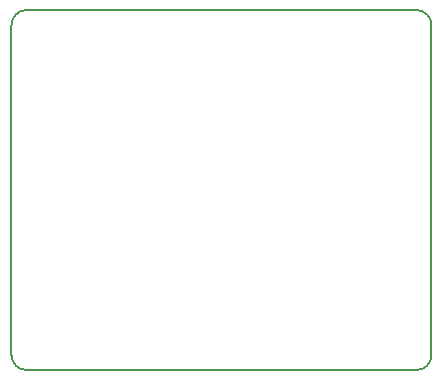
<source format=gbr>
G04 #@! TF.GenerationSoftware,KiCad,Pcbnew,(5.0.0-rc2-dev-444-g2974a2c10)*
G04 #@! TF.CreationDate,2018-09-21T18:48:47-07:00*
G04 #@! TF.ProjectId,retro meter v02,726574726F206D65746572207630322E,rev?*
G04 #@! TF.SameCoordinates,Original*
G04 #@! TF.FileFunction,Profile,NP*
%FSLAX46Y46*%
G04 Gerber Fmt 4.6, Leading zero omitted, Abs format (unit mm)*
G04 Created by KiCad (PCBNEW (5.0.0-rc2-dev-444-g2974a2c10)) date 09/21/18 18:48:47*
%MOMM*%
%LPD*%
G01*
G04 APERTURE LIST*
%ADD10C,0.150000*%
G04 APERTURE END LIST*
D10*
X181610000Y-48260000D02*
G75*
G02X182880000Y-46990000I1270000J0D01*
G01*
X182880000Y-77470000D02*
G75*
G02X181610000Y-76200000I0J1270000D01*
G01*
X217170000Y-76200000D02*
G75*
G02X215900000Y-77470000I-1270000J0D01*
G01*
X215900000Y-46990000D02*
G75*
G02X217170000Y-48260000I0J-1270000D01*
G01*
X182880000Y-46990000D02*
X215900000Y-46990000D01*
X181610000Y-76200000D02*
X181610000Y-48260000D01*
X215900000Y-77470000D02*
X182880000Y-77470000D01*
X217170000Y-76200000D02*
X217170000Y-48260000D01*
M02*

</source>
